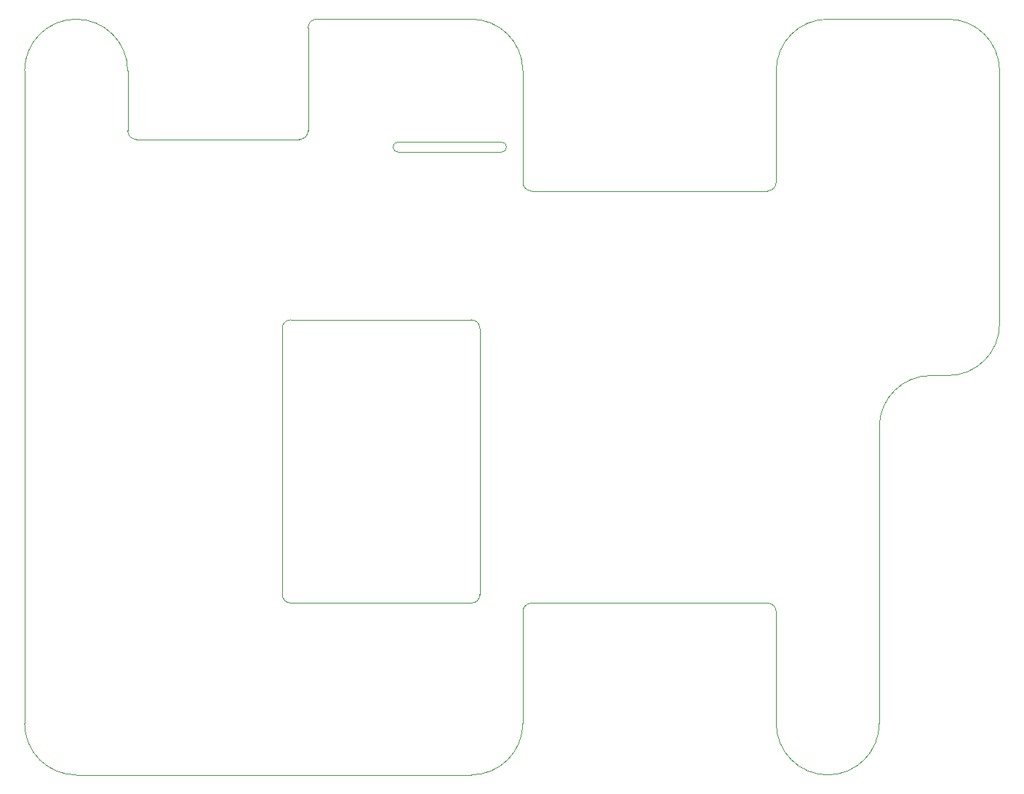
<source format=gbr>
%TF.GenerationSoftware,KiCad,Pcbnew,8.0.9-8.0.9-0~ubuntu24.04.1*%
%TF.CreationDate,2025-03-05T09:33:49+00:00*%
%TF.ProjectId,BMS-Mux-PCB,424d532d-4d75-4782-9d50-43422e6b6963,rev?*%
%TF.SameCoordinates,Original*%
%TF.FileFunction,Profile,NP*%
%FSLAX46Y46*%
G04 Gerber Fmt 4.6, Leading zero omitted, Abs format (unit mm)*
G04 Created by KiCad (PCBNEW 8.0.9-8.0.9-0~ubuntu24.04.1) date 2025-03-05 09:33:49*
%MOMM*%
%LPD*%
G01*
G04 APERTURE LIST*
%TA.AperFunction,Profile*%
%ADD10C,0.050000*%
%TD*%
G04 APERTURE END LIST*
D10*
X120000000Y-63800000D02*
G75*
G02*
X120000000Y-65000000I0J-600000D01*
G01*
X77500000Y-63500000D02*
G75*
G02*
X76500000Y-62500000I0J1000000D01*
G01*
X108000000Y-65000000D02*
X120000000Y-65000000D01*
X117500000Y-85500000D02*
X117500000Y-116500000D01*
X70500000Y-137500000D02*
G75*
G02*
X64500000Y-131500000I0J6000000D01*
G01*
X95500000Y-117500000D02*
G75*
G02*
X94500000Y-116500000I0J1000000D01*
G01*
X164000000Y-131500000D02*
G75*
G02*
X152000000Y-131500000I-6000000J0D01*
G01*
X122500000Y-131500000D02*
G75*
G02*
X116500000Y-137500000I-6000000J0D01*
G01*
X178000000Y-85000000D02*
G75*
G02*
X172000000Y-91000000I-6000000J0D01*
G01*
X122500000Y-118500000D02*
G75*
G02*
X123500000Y-117500000I1000000J0D01*
G01*
X64500000Y-55500000D02*
X64500000Y-131500000D01*
X172000000Y-49500000D02*
X158000000Y-49500000D01*
X70500000Y-49500000D02*
G75*
G02*
X76500000Y-55500000I0J-6000000D01*
G01*
X97500000Y-62500000D02*
G75*
G02*
X96500000Y-63500000I-1000000J0D01*
G01*
X152000000Y-68500000D02*
G75*
G02*
X151000000Y-69500000I-1000000J0D01*
G01*
X116500000Y-117500000D02*
X95500000Y-117500000D01*
X151000000Y-117500000D02*
X123500000Y-117500000D01*
X123500000Y-69500000D02*
G75*
G02*
X122500000Y-68500000I0J1000000D01*
G01*
X94500000Y-116500000D02*
X94500000Y-85500000D01*
X108000000Y-65000000D02*
G75*
G02*
X108000000Y-63800000I0J600000D01*
G01*
X172000000Y-49500000D02*
G75*
G02*
X178000000Y-55500000I0J-6000000D01*
G01*
X95500000Y-84500000D02*
X116500000Y-84500000D01*
X116500000Y-49500000D02*
X99500000Y-49500000D01*
X116500000Y-49500000D02*
G75*
G02*
X122500000Y-55500000I0J-6000000D01*
G01*
X70500000Y-137500000D02*
X116500000Y-137500000D01*
X64500000Y-55500000D02*
G75*
G02*
X70500000Y-49500000I6000000J0D01*
G01*
X77500000Y-63500000D02*
X96500000Y-63500000D01*
X117500000Y-116500000D02*
G75*
G02*
X116500000Y-117500000I-1000000J0D01*
G01*
X122500000Y-68500000D02*
X122500000Y-55500000D01*
X152000000Y-131500000D02*
X152000000Y-118500000D01*
X152000000Y-55500000D02*
G75*
G02*
X158000000Y-49500000I6000000J0D01*
G01*
X97500000Y-50500000D02*
G75*
G02*
X98500000Y-49500000I1000000J0D01*
G01*
X76500000Y-55500000D02*
X76500000Y-62500000D01*
X122500000Y-131500000D02*
X122500000Y-118500000D01*
X178000000Y-85000000D02*
X178000000Y-55500000D01*
X151000000Y-69500000D02*
X123500000Y-69500000D01*
X164000000Y-131500000D02*
X164000000Y-97000000D01*
X94500000Y-85500000D02*
G75*
G02*
X95500000Y-84500000I1000000J0D01*
G01*
X170000000Y-91000000D02*
X172000000Y-91000000D01*
X98500000Y-49500000D02*
X99500000Y-49500000D01*
X97500000Y-62500000D02*
X97500000Y-50500000D01*
X120000000Y-63800000D02*
X108000000Y-63800000D01*
X152000000Y-55500000D02*
X152000000Y-68500000D01*
X151000000Y-117500000D02*
G75*
G02*
X152000000Y-118500000I0J-1000000D01*
G01*
X164000000Y-97000000D02*
G75*
G02*
X170000000Y-91000000I6000000J0D01*
G01*
X116500000Y-84500000D02*
G75*
G02*
X117500000Y-85500000I0J-1000000D01*
G01*
M02*

</source>
